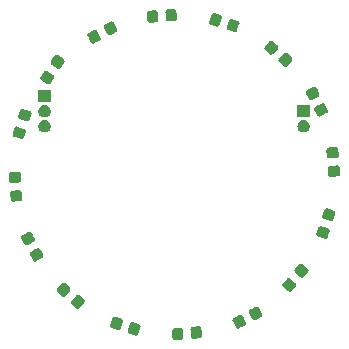
<source format=gbr>
G04 #@! TF.GenerationSoftware,KiCad,Pcbnew,(5.1.4)-1*
G04 #@! TF.CreationDate,2020-07-29T22:37:46-07:00*
G04 #@! TF.ProjectId,Kicad LED Rings_Circular_final_V2,4b696361-6420-44c4-9544-2052696e6773,rev?*
G04 #@! TF.SameCoordinates,Original*
G04 #@! TF.FileFunction,Soldermask,Bot*
G04 #@! TF.FilePolarity,Negative*
%FSLAX46Y46*%
G04 Gerber Fmt 4.6, Leading zero omitted, Abs format (unit mm)*
G04 Created by KiCad (PCBNEW (5.1.4)-1) date 2020-07-29 22:37:46*
%MOMM*%
%LPD*%
G04 APERTURE LIST*
%ADD10C,0.100000*%
G04 APERTURE END LIST*
D10*
G36*
X110182717Y-92896994D02*
G01*
X110222127Y-92905641D01*
X110259091Y-92921809D01*
X110292189Y-92944877D01*
X110320153Y-92973961D01*
X110341902Y-93007937D01*
X110356608Y-93045510D01*
X110364141Y-93087698D01*
X110365938Y-93110526D01*
X110365938Y-93110528D01*
X110379056Y-93277204D01*
X110409938Y-93669601D01*
X110409097Y-93712444D01*
X110400450Y-93751857D01*
X110384284Y-93788815D01*
X110361214Y-93821916D01*
X110332130Y-93849880D01*
X110298154Y-93871629D01*
X110260581Y-93886335D01*
X110218393Y-93893868D01*
X110195575Y-93895664D01*
X110195563Y-93895666D01*
X109754173Y-93930403D01*
X109711258Y-93933781D01*
X109668415Y-93932940D01*
X109629005Y-93924293D01*
X109592041Y-93908125D01*
X109558943Y-93885057D01*
X109530979Y-93855973D01*
X109509230Y-93821997D01*
X109494524Y-93784424D01*
X109486991Y-93742236D01*
X109479478Y-93646770D01*
X109457171Y-93363335D01*
X109441194Y-93160333D01*
X109442035Y-93117490D01*
X109450682Y-93078077D01*
X109466848Y-93041119D01*
X109489918Y-93008018D01*
X109519002Y-92980054D01*
X109552978Y-92958305D01*
X109590551Y-92943599D01*
X109632739Y-92936066D01*
X109655557Y-92934270D01*
X109655569Y-92934268D01*
X110096959Y-92899531D01*
X110139874Y-92896153D01*
X110182717Y-92896994D01*
X110182717Y-92896994D01*
G37*
G36*
X111752861Y-92773420D02*
G01*
X111792271Y-92782067D01*
X111829235Y-92798235D01*
X111862333Y-92821303D01*
X111890297Y-92850387D01*
X111912046Y-92884363D01*
X111926752Y-92921936D01*
X111934285Y-92964124D01*
X111936082Y-92986952D01*
X111936082Y-92986954D01*
X111952842Y-93199917D01*
X111980082Y-93546027D01*
X111979241Y-93588870D01*
X111970594Y-93628283D01*
X111954428Y-93665241D01*
X111931358Y-93698342D01*
X111902274Y-93726306D01*
X111868298Y-93748055D01*
X111830725Y-93762761D01*
X111788537Y-93770294D01*
X111765719Y-93772090D01*
X111765707Y-93772092D01*
X111330752Y-93806323D01*
X111281402Y-93810207D01*
X111238559Y-93809366D01*
X111199149Y-93800719D01*
X111162185Y-93784551D01*
X111129087Y-93761483D01*
X111101123Y-93732399D01*
X111079374Y-93698423D01*
X111064668Y-93660850D01*
X111057135Y-93618662D01*
X111051487Y-93546892D01*
X111014590Y-93078077D01*
X111011338Y-93036759D01*
X111012179Y-92993916D01*
X111020826Y-92954503D01*
X111036992Y-92917545D01*
X111060062Y-92884444D01*
X111089146Y-92856480D01*
X111123122Y-92834731D01*
X111160695Y-92820025D01*
X111202883Y-92812492D01*
X111225701Y-92810696D01*
X111225713Y-92810694D01*
X111667103Y-92775957D01*
X111710018Y-92772579D01*
X111752861Y-92773420D01*
X111752861Y-92773420D01*
G37*
G36*
X106118798Y-92419506D02*
G01*
X106160657Y-92428690D01*
X106182440Y-92435768D01*
X106182441Y-92435768D01*
X106622685Y-92578812D01*
X106622696Y-92578817D01*
X106644474Y-92585893D01*
X106683728Y-92603063D01*
X106716827Y-92626132D01*
X106744790Y-92655215D01*
X106766542Y-92689194D01*
X106781247Y-92726765D01*
X106788339Y-92766481D01*
X106787547Y-92806815D01*
X106778363Y-92848673D01*
X106733938Y-92985398D01*
X106605561Y-93380505D01*
X106597985Y-93403819D01*
X106580816Y-93443072D01*
X106557746Y-93476173D01*
X106528662Y-93504137D01*
X106494686Y-93525886D01*
X106457113Y-93540592D01*
X106417397Y-93547684D01*
X106377064Y-93546892D01*
X106335205Y-93537708D01*
X106313421Y-93530630D01*
X105873177Y-93387586D01*
X105873166Y-93387581D01*
X105851388Y-93380505D01*
X105812134Y-93363335D01*
X105779035Y-93340266D01*
X105751072Y-93311183D01*
X105729320Y-93277204D01*
X105714615Y-93239633D01*
X105707523Y-93199917D01*
X105708315Y-93159583D01*
X105717499Y-93117725D01*
X105812780Y-92824481D01*
X105890797Y-92584368D01*
X105890798Y-92584365D01*
X105897877Y-92562579D01*
X105915046Y-92523326D01*
X105938116Y-92490225D01*
X105967200Y-92462261D01*
X106001176Y-92440512D01*
X106038749Y-92425806D01*
X106078465Y-92418714D01*
X106118798Y-92419506D01*
X106118798Y-92419506D01*
G37*
G36*
X104620884Y-91932804D02*
G01*
X104662743Y-91941988D01*
X104684526Y-91949066D01*
X104684527Y-91949066D01*
X105124771Y-92092110D01*
X105124782Y-92092115D01*
X105146560Y-92099191D01*
X105185814Y-92116361D01*
X105218913Y-92139430D01*
X105246876Y-92168513D01*
X105268628Y-92202492D01*
X105283333Y-92240063D01*
X105290425Y-92279779D01*
X105289633Y-92320113D01*
X105280449Y-92361971D01*
X105221694Y-92542799D01*
X105107647Y-92893803D01*
X105100071Y-92917117D01*
X105082902Y-92956370D01*
X105059832Y-92989471D01*
X105030748Y-93017435D01*
X104996772Y-93039184D01*
X104959199Y-93053890D01*
X104919483Y-93060982D01*
X104879150Y-93060190D01*
X104837291Y-93051006D01*
X104806862Y-93041119D01*
X104375263Y-92900884D01*
X104375252Y-92900879D01*
X104353474Y-92893803D01*
X104314220Y-92876633D01*
X104281121Y-92853564D01*
X104253158Y-92824481D01*
X104231406Y-92790502D01*
X104216701Y-92752931D01*
X104209609Y-92713215D01*
X104210401Y-92672881D01*
X104219585Y-92631023D01*
X104337585Y-92267857D01*
X104392883Y-92097666D01*
X104392884Y-92097663D01*
X104399963Y-92075877D01*
X104417132Y-92036624D01*
X104440202Y-92003523D01*
X104469286Y-91975559D01*
X104503262Y-91953810D01*
X104540835Y-91939104D01*
X104580551Y-91932012D01*
X104620884Y-91932804D01*
X104620884Y-91932804D01*
G37*
G36*
X115251902Y-91801005D02*
G01*
X115291315Y-91809652D01*
X115328273Y-91825818D01*
X115361374Y-91848888D01*
X115389338Y-91877972D01*
X115412441Y-91914063D01*
X115422838Y-91934469D01*
X115422839Y-91934470D01*
X115619334Y-92320113D01*
X115677435Y-92434144D01*
X115693057Y-92474056D01*
X115700149Y-92513772D01*
X115699357Y-92554105D01*
X115690710Y-92593518D01*
X115674544Y-92630476D01*
X115651474Y-92663577D01*
X115622390Y-92691541D01*
X115586299Y-92714644D01*
X115565893Y-92725041D01*
X115565892Y-92725042D01*
X115153445Y-92935194D01*
X115153442Y-92935195D01*
X115133043Y-92945589D01*
X115093131Y-92961211D01*
X115053415Y-92968303D01*
X115013082Y-92967511D01*
X114973669Y-92958864D01*
X114936711Y-92942698D01*
X114903610Y-92919628D01*
X114875646Y-92890544D01*
X114852543Y-92854453D01*
X114838116Y-92826138D01*
X114597944Y-92354774D01*
X114597943Y-92354771D01*
X114587549Y-92334372D01*
X114571927Y-92294460D01*
X114564835Y-92254744D01*
X114565627Y-92214411D01*
X114574274Y-92174998D01*
X114590440Y-92138040D01*
X114613510Y-92104939D01*
X114642594Y-92076975D01*
X114678685Y-92053872D01*
X114712536Y-92036624D01*
X115111539Y-91833322D01*
X115111542Y-91833321D01*
X115131941Y-91822927D01*
X115171853Y-91807305D01*
X115211569Y-91800213D01*
X115251902Y-91801005D01*
X115251902Y-91801005D01*
G37*
G36*
X116655238Y-91085969D02*
G01*
X116694651Y-91094616D01*
X116731609Y-91110782D01*
X116764710Y-91133852D01*
X116792674Y-91162936D01*
X116815777Y-91199027D01*
X116826174Y-91219433D01*
X116826175Y-91219434D01*
X116989363Y-91539708D01*
X117080771Y-91719108D01*
X117096393Y-91759020D01*
X117103485Y-91798736D01*
X117102693Y-91839069D01*
X117094046Y-91878482D01*
X117077880Y-91915440D01*
X117054810Y-91948541D01*
X117025726Y-91976505D01*
X116989635Y-91999608D01*
X116969229Y-92010005D01*
X116969228Y-92010006D01*
X116556781Y-92220158D01*
X116556778Y-92220159D01*
X116536379Y-92230553D01*
X116496467Y-92246175D01*
X116456751Y-92253267D01*
X116416418Y-92252475D01*
X116377005Y-92243828D01*
X116340047Y-92227662D01*
X116306946Y-92204592D01*
X116278982Y-92175508D01*
X116255879Y-92139417D01*
X116244131Y-92116361D01*
X116001280Y-91639738D01*
X116001279Y-91639735D01*
X115990885Y-91619336D01*
X115975263Y-91579424D01*
X115968171Y-91539708D01*
X115968963Y-91499375D01*
X115977610Y-91459962D01*
X115993776Y-91423004D01*
X116016846Y-91389903D01*
X116045930Y-91361939D01*
X116082021Y-91338836D01*
X116192928Y-91282326D01*
X116514875Y-91118286D01*
X116514878Y-91118285D01*
X116535277Y-91107891D01*
X116575189Y-91092269D01*
X116614905Y-91085177D01*
X116655238Y-91085969D01*
X116655238Y-91085969D01*
G37*
G36*
X101477182Y-90091506D02*
G01*
X101516595Y-90100153D01*
X101553553Y-90116319D01*
X101588714Y-90140825D01*
X101975534Y-90471200D01*
X102005238Y-90502094D01*
X102026987Y-90536070D01*
X102041693Y-90573643D01*
X102048785Y-90613359D01*
X102047993Y-90653692D01*
X102039346Y-90693105D01*
X102023180Y-90730063D01*
X101998674Y-90765224D01*
X101983805Y-90782634D01*
X101983801Y-90782639D01*
X101671314Y-91148514D01*
X101619590Y-91209075D01*
X101588696Y-91238779D01*
X101554720Y-91260528D01*
X101517147Y-91275234D01*
X101477431Y-91282326D01*
X101437098Y-91281534D01*
X101397685Y-91272887D01*
X101360727Y-91256721D01*
X101325566Y-91232215D01*
X100938746Y-90901840D01*
X100909042Y-90870946D01*
X100887293Y-90836970D01*
X100872587Y-90799397D01*
X100865495Y-90759681D01*
X100866287Y-90719348D01*
X100874934Y-90679935D01*
X100891100Y-90642977D01*
X100915606Y-90607816D01*
X100930475Y-90590406D01*
X100930479Y-90590401D01*
X101279817Y-90181379D01*
X101294690Y-90163965D01*
X101325584Y-90134261D01*
X101359560Y-90112512D01*
X101397133Y-90097806D01*
X101436849Y-90090714D01*
X101477182Y-90091506D01*
X101477182Y-90091506D01*
G37*
G36*
X100279542Y-89068626D02*
G01*
X100318955Y-89077273D01*
X100355913Y-89093439D01*
X100391074Y-89117945D01*
X100777894Y-89448320D01*
X100807598Y-89479214D01*
X100829347Y-89513190D01*
X100844053Y-89550763D01*
X100851145Y-89590479D01*
X100850353Y-89630812D01*
X100841706Y-89670225D01*
X100825540Y-89707183D01*
X100801034Y-89742344D01*
X100786165Y-89759754D01*
X100786161Y-89759759D01*
X100447997Y-90155698D01*
X100421950Y-90186195D01*
X100391056Y-90215899D01*
X100357080Y-90237648D01*
X100319507Y-90252354D01*
X100279791Y-90259446D01*
X100239458Y-90258654D01*
X100200045Y-90250007D01*
X100163087Y-90233841D01*
X100127926Y-90209335D01*
X99741106Y-89878960D01*
X99711402Y-89848066D01*
X99689653Y-89814090D01*
X99674947Y-89776517D01*
X99667855Y-89736801D01*
X99668647Y-89696468D01*
X99677294Y-89657055D01*
X99693460Y-89620097D01*
X99717966Y-89584936D01*
X99732835Y-89567526D01*
X99732839Y-89567521D01*
X100082177Y-89158499D01*
X100097050Y-89141085D01*
X100127944Y-89111381D01*
X100161920Y-89089632D01*
X100199493Y-89074926D01*
X100239209Y-89067834D01*
X100279542Y-89068626D01*
X100279542Y-89068626D01*
G37*
G36*
X119353892Y-88656507D02*
G01*
X119393305Y-88665154D01*
X119430263Y-88681320D01*
X119465424Y-88705826D01*
X119482834Y-88720695D01*
X119482839Y-88720699D01*
X119889282Y-89067834D01*
X119909275Y-89084910D01*
X119938979Y-89115804D01*
X119960728Y-89149780D01*
X119975434Y-89187353D01*
X119982526Y-89227069D01*
X119981734Y-89267402D01*
X119973087Y-89306815D01*
X119956921Y-89343773D01*
X119932415Y-89378934D01*
X119602040Y-89765754D01*
X119571146Y-89795458D01*
X119537170Y-89817207D01*
X119499597Y-89831913D01*
X119459881Y-89839005D01*
X119419548Y-89838213D01*
X119380135Y-89829566D01*
X119343177Y-89813400D01*
X119308016Y-89788894D01*
X119290606Y-89774025D01*
X119290601Y-89774021D01*
X118881579Y-89424683D01*
X118864165Y-89409810D01*
X118834461Y-89378916D01*
X118812712Y-89344940D01*
X118798006Y-89307367D01*
X118790914Y-89267651D01*
X118791706Y-89227318D01*
X118800353Y-89187905D01*
X118816519Y-89150947D01*
X118841025Y-89115786D01*
X119171400Y-88728966D01*
X119202294Y-88699262D01*
X119236270Y-88677513D01*
X119273843Y-88662807D01*
X119313559Y-88655715D01*
X119353892Y-88656507D01*
X119353892Y-88656507D01*
G37*
G36*
X120376772Y-87458867D02*
G01*
X120416185Y-87467514D01*
X120453143Y-87483680D01*
X120488304Y-87508186D01*
X120505714Y-87523055D01*
X120505719Y-87523059D01*
X120914741Y-87872397D01*
X120932155Y-87887270D01*
X120961859Y-87918164D01*
X120983608Y-87952140D01*
X120998314Y-87989713D01*
X121005406Y-88029429D01*
X121004614Y-88069762D01*
X120995967Y-88109175D01*
X120979801Y-88146133D01*
X120955295Y-88181294D01*
X120624920Y-88568114D01*
X120594026Y-88597818D01*
X120560050Y-88619567D01*
X120522477Y-88634273D01*
X120482761Y-88641365D01*
X120442428Y-88640573D01*
X120403015Y-88631926D01*
X120366057Y-88615760D01*
X120330896Y-88591254D01*
X120313486Y-88576385D01*
X120313481Y-88576381D01*
X119904459Y-88227043D01*
X119887045Y-88212170D01*
X119857341Y-88181276D01*
X119835592Y-88147300D01*
X119820886Y-88109727D01*
X119813794Y-88070011D01*
X119814586Y-88029678D01*
X119823233Y-87990265D01*
X119839399Y-87953307D01*
X119863905Y-87918146D01*
X120194280Y-87531326D01*
X120225174Y-87501622D01*
X120259150Y-87479873D01*
X120296723Y-87465167D01*
X120336439Y-87458075D01*
X120376772Y-87458867D01*
X120376772Y-87458867D01*
G37*
G36*
X98147185Y-86156983D02*
G01*
X98186598Y-86165630D01*
X98223556Y-86181796D01*
X98256657Y-86204866D01*
X98284621Y-86233950D01*
X98307724Y-86270041D01*
X98318121Y-86290447D01*
X98318122Y-86290448D01*
X98518895Y-86684487D01*
X98538669Y-86723297D01*
X98554291Y-86763209D01*
X98561383Y-86802925D01*
X98560591Y-86843258D01*
X98551944Y-86882671D01*
X98535778Y-86919629D01*
X98512708Y-86952730D01*
X98483624Y-86980694D01*
X98447533Y-87003797D01*
X98427127Y-87014194D01*
X98427126Y-87014195D01*
X97947854Y-87258396D01*
X97947851Y-87258397D01*
X97927452Y-87268791D01*
X97887540Y-87284413D01*
X97847824Y-87291505D01*
X97807491Y-87290713D01*
X97768078Y-87282066D01*
X97731120Y-87265900D01*
X97698019Y-87242830D01*
X97670055Y-87213746D01*
X97646952Y-87177655D01*
X97551201Y-86989733D01*
X97426402Y-86744801D01*
X97426401Y-86744798D01*
X97416007Y-86724399D01*
X97400385Y-86684487D01*
X97393293Y-86644771D01*
X97394085Y-86604438D01*
X97402732Y-86565025D01*
X97418898Y-86528067D01*
X97441968Y-86494966D01*
X97471052Y-86467002D01*
X97507143Y-86443899D01*
X97883305Y-86252235D01*
X98006822Y-86189300D01*
X98006825Y-86189299D01*
X98027224Y-86178905D01*
X98067136Y-86163283D01*
X98106852Y-86156191D01*
X98147185Y-86156983D01*
X98147185Y-86156983D01*
G37*
G36*
X97432149Y-84753647D02*
G01*
X97471562Y-84762294D01*
X97508520Y-84778460D01*
X97541621Y-84801530D01*
X97569585Y-84830614D01*
X97592688Y-84866705D01*
X97603085Y-84887111D01*
X97603086Y-84887112D01*
X97803859Y-85281151D01*
X97823633Y-85319961D01*
X97839255Y-85359873D01*
X97846347Y-85399589D01*
X97845555Y-85439922D01*
X97836908Y-85479335D01*
X97820742Y-85516293D01*
X97797672Y-85549394D01*
X97768588Y-85577358D01*
X97732497Y-85600461D01*
X97712091Y-85610858D01*
X97712090Y-85610859D01*
X97232818Y-85855060D01*
X97232815Y-85855061D01*
X97212416Y-85865455D01*
X97172504Y-85881077D01*
X97132788Y-85888169D01*
X97092455Y-85887377D01*
X97053042Y-85878730D01*
X97016084Y-85862564D01*
X96982983Y-85839494D01*
X96955019Y-85810410D01*
X96931916Y-85774319D01*
X96836165Y-85586397D01*
X96711366Y-85341465D01*
X96711365Y-85341462D01*
X96700971Y-85321063D01*
X96685349Y-85281151D01*
X96678257Y-85241435D01*
X96679049Y-85201102D01*
X96687696Y-85161689D01*
X96703862Y-85124731D01*
X96726932Y-85091630D01*
X96756016Y-85063666D01*
X96792107Y-85040563D01*
X97018628Y-84925145D01*
X97291786Y-84785964D01*
X97291789Y-84785963D01*
X97312188Y-84775569D01*
X97352100Y-84759947D01*
X97391816Y-84752855D01*
X97432149Y-84753647D01*
X97432149Y-84753647D01*
G37*
G36*
X122053985Y-84275721D02*
G01*
X122095843Y-84284905D01*
X122351482Y-84367967D01*
X122629200Y-84458203D01*
X122629203Y-84458204D01*
X122650989Y-84465283D01*
X122690242Y-84482452D01*
X122723343Y-84505522D01*
X122751307Y-84534606D01*
X122773056Y-84568582D01*
X122787762Y-84606155D01*
X122794854Y-84645871D01*
X122794062Y-84686204D01*
X122784878Y-84728063D01*
X122777800Y-84749846D01*
X122777800Y-84749847D01*
X122634756Y-85190091D01*
X122634751Y-85190102D01*
X122627675Y-85211880D01*
X122610505Y-85251134D01*
X122587436Y-85284233D01*
X122558353Y-85312196D01*
X122524374Y-85333948D01*
X122486803Y-85348653D01*
X122447087Y-85355745D01*
X122406753Y-85354953D01*
X122364895Y-85345769D01*
X121952827Y-85211880D01*
X121831538Y-85172471D01*
X121831535Y-85172470D01*
X121809749Y-85165391D01*
X121770496Y-85148222D01*
X121737395Y-85125152D01*
X121709431Y-85096068D01*
X121687682Y-85062092D01*
X121672976Y-85024519D01*
X121665884Y-84984803D01*
X121666676Y-84944470D01*
X121675860Y-84902611D01*
X121716199Y-84778460D01*
X121825982Y-84440583D01*
X121825987Y-84440572D01*
X121833063Y-84418794D01*
X121850233Y-84379540D01*
X121873302Y-84346441D01*
X121902385Y-84318478D01*
X121936364Y-84296726D01*
X121973935Y-84282021D01*
X122013651Y-84274929D01*
X122053985Y-84275721D01*
X122053985Y-84275721D01*
G37*
G36*
X122540687Y-82777807D02*
G01*
X122582545Y-82786991D01*
X122838184Y-82870053D01*
X123115902Y-82960289D01*
X123115905Y-82960290D01*
X123137691Y-82967369D01*
X123176944Y-82984538D01*
X123210045Y-83007608D01*
X123238009Y-83036692D01*
X123259758Y-83070668D01*
X123274464Y-83108241D01*
X123281556Y-83147957D01*
X123280764Y-83188290D01*
X123271580Y-83230149D01*
X123264502Y-83251932D01*
X123264502Y-83251933D01*
X123121458Y-83692177D01*
X123121453Y-83692188D01*
X123114377Y-83713966D01*
X123097207Y-83753220D01*
X123074138Y-83786319D01*
X123045055Y-83814282D01*
X123011076Y-83836034D01*
X122973505Y-83850739D01*
X122933789Y-83857831D01*
X122893455Y-83857039D01*
X122851597Y-83847855D01*
X122439529Y-83713966D01*
X122318240Y-83674557D01*
X122318237Y-83674556D01*
X122296451Y-83667477D01*
X122257198Y-83650308D01*
X122224097Y-83627238D01*
X122196133Y-83598154D01*
X122174384Y-83564178D01*
X122159678Y-83526605D01*
X122152586Y-83486889D01*
X122153378Y-83446556D01*
X122162562Y-83404697D01*
X122212198Y-83251933D01*
X122312684Y-82942669D01*
X122312689Y-82942658D01*
X122319765Y-82920880D01*
X122336935Y-82881626D01*
X122360004Y-82848527D01*
X122389087Y-82820564D01*
X122423066Y-82798812D01*
X122460637Y-82784107D01*
X122500353Y-82777015D01*
X122540687Y-82777807D01*
X122540687Y-82777807D01*
G37*
G36*
X96566743Y-81246847D02*
G01*
X96606073Y-81255836D01*
X96642894Y-81272327D01*
X96675790Y-81295683D01*
X96703496Y-81325007D01*
X96724950Y-81359176D01*
X96739326Y-81396871D01*
X96746491Y-81439123D01*
X96748088Y-81461966D01*
X96748089Y-81461970D01*
X96780379Y-81923742D01*
X96781976Y-81946584D01*
X96780761Y-81989428D01*
X96771772Y-82028757D01*
X96755281Y-82065579D01*
X96731925Y-82098475D01*
X96702601Y-82126181D01*
X96668432Y-82147635D01*
X96630737Y-82162011D01*
X96588485Y-82169176D01*
X96192019Y-82196899D01*
X96029048Y-82208295D01*
X96029046Y-82208295D01*
X96006207Y-82209892D01*
X95963363Y-82208677D01*
X95924033Y-82199688D01*
X95887212Y-82183197D01*
X95854316Y-82159841D01*
X95826610Y-82130517D01*
X95805156Y-82096348D01*
X95790780Y-82058653D01*
X95783615Y-82016401D01*
X95781729Y-81989428D01*
X95749727Y-81531782D01*
X95749727Y-81531779D01*
X95748130Y-81508940D01*
X95749345Y-81466096D01*
X95758334Y-81426767D01*
X95774825Y-81389945D01*
X95798181Y-81357049D01*
X95827505Y-81329343D01*
X95861674Y-81307889D01*
X95899369Y-81293513D01*
X95941621Y-81286348D01*
X96382859Y-81255494D01*
X96501058Y-81247229D01*
X96501060Y-81247229D01*
X96523899Y-81245632D01*
X96566743Y-81246847D01*
X96566743Y-81246847D01*
G37*
G36*
X96456877Y-79675683D02*
G01*
X96496207Y-79684672D01*
X96533028Y-79701163D01*
X96565924Y-79724519D01*
X96593630Y-79753843D01*
X96615084Y-79788012D01*
X96629460Y-79825707D01*
X96636625Y-79867959D01*
X96638222Y-79890802D01*
X96638223Y-79890806D01*
X96653613Y-80110896D01*
X96672110Y-80375420D01*
X96670895Y-80418264D01*
X96661906Y-80457593D01*
X96645415Y-80494415D01*
X96622059Y-80527311D01*
X96592735Y-80555017D01*
X96558566Y-80576471D01*
X96520871Y-80590847D01*
X96478619Y-80598012D01*
X96082153Y-80625735D01*
X95919182Y-80637131D01*
X95919180Y-80637131D01*
X95896341Y-80638728D01*
X95853497Y-80637513D01*
X95814167Y-80628524D01*
X95777346Y-80612033D01*
X95744450Y-80588677D01*
X95716744Y-80559353D01*
X95695290Y-80525184D01*
X95680914Y-80487489D01*
X95673749Y-80445237D01*
X95671863Y-80418264D01*
X95639861Y-79960618D01*
X95639861Y-79960615D01*
X95638264Y-79937776D01*
X95639479Y-79894932D01*
X95648468Y-79855603D01*
X95664959Y-79818781D01*
X95688315Y-79785885D01*
X95717639Y-79758179D01*
X95751808Y-79736725D01*
X95789503Y-79722349D01*
X95831755Y-79715184D01*
X96272993Y-79684330D01*
X96391192Y-79676065D01*
X96391194Y-79676065D01*
X96414033Y-79674468D01*
X96456877Y-79675683D01*
X96456877Y-79675683D01*
G37*
G36*
X123460364Y-79145681D02*
G01*
X123499777Y-79154328D01*
X123536735Y-79170494D01*
X123569836Y-79193564D01*
X123597800Y-79222648D01*
X123619549Y-79256624D01*
X123634255Y-79294197D01*
X123641788Y-79336385D01*
X123643584Y-79359203D01*
X123643586Y-79359215D01*
X123675243Y-79761468D01*
X123681701Y-79843520D01*
X123680860Y-79886363D01*
X123672213Y-79925773D01*
X123656045Y-79962737D01*
X123632977Y-79995835D01*
X123603893Y-80023799D01*
X123569917Y-80045548D01*
X123532344Y-80060254D01*
X123490156Y-80067787D01*
X123467328Y-80069584D01*
X123467326Y-80069584D01*
X123144034Y-80095028D01*
X122908253Y-80113584D01*
X122865410Y-80112743D01*
X122825997Y-80104096D01*
X122789039Y-80087930D01*
X122755938Y-80064860D01*
X122727974Y-80035776D01*
X122706225Y-80001800D01*
X122691519Y-79964227D01*
X122683986Y-79922039D01*
X122682190Y-79899221D01*
X122682188Y-79899209D01*
X122645870Y-79437736D01*
X122644073Y-79414904D01*
X122644914Y-79372061D01*
X122653561Y-79332651D01*
X122669729Y-79295687D01*
X122692797Y-79262589D01*
X122721881Y-79234625D01*
X122755857Y-79212876D01*
X122793430Y-79198170D01*
X122835618Y-79190637D01*
X122858446Y-79188840D01*
X122858448Y-79188840D01*
X123181740Y-79163396D01*
X123417521Y-79144840D01*
X123460364Y-79145681D01*
X123460364Y-79145681D01*
G37*
G36*
X123336790Y-77575537D02*
G01*
X123376203Y-77584184D01*
X123413161Y-77600350D01*
X123446262Y-77623420D01*
X123474226Y-77652504D01*
X123495975Y-77686480D01*
X123510681Y-77724053D01*
X123518214Y-77766241D01*
X123520010Y-77789059D01*
X123520012Y-77789071D01*
X123554749Y-78230461D01*
X123558127Y-78273376D01*
X123557286Y-78316219D01*
X123548639Y-78355629D01*
X123532471Y-78392593D01*
X123509403Y-78425691D01*
X123480319Y-78453655D01*
X123446343Y-78475404D01*
X123408770Y-78490110D01*
X123366582Y-78497643D01*
X123343754Y-78499440D01*
X123343752Y-78499440D01*
X123020460Y-78524884D01*
X122784679Y-78543440D01*
X122741836Y-78542599D01*
X122702423Y-78533952D01*
X122665465Y-78517786D01*
X122632364Y-78494716D01*
X122604400Y-78465632D01*
X122582651Y-78431656D01*
X122567945Y-78394083D01*
X122560412Y-78351895D01*
X122558616Y-78329077D01*
X122558614Y-78329065D01*
X122522296Y-77867592D01*
X122520499Y-77844760D01*
X122521340Y-77801917D01*
X122529987Y-77762507D01*
X122546155Y-77725543D01*
X122569223Y-77692445D01*
X122598307Y-77664481D01*
X122632283Y-77642732D01*
X122669856Y-77628026D01*
X122712044Y-77620493D01*
X122734872Y-77618696D01*
X122734874Y-77618696D01*
X123058166Y-77593252D01*
X123293947Y-77574696D01*
X123336790Y-77575537D01*
X123336790Y-77575537D01*
G37*
G36*
X96331405Y-75842921D02*
G01*
X96373263Y-75852105D01*
X96628902Y-75935167D01*
X96906620Y-76025403D01*
X96906623Y-76025404D01*
X96928409Y-76032483D01*
X96967662Y-76049652D01*
X97000763Y-76072722D01*
X97028727Y-76101806D01*
X97050476Y-76135782D01*
X97065182Y-76173355D01*
X97072274Y-76213071D01*
X97071482Y-76253404D01*
X97062298Y-76295263D01*
X97055220Y-76317046D01*
X97055220Y-76317047D01*
X96912176Y-76757291D01*
X96912171Y-76757302D01*
X96905095Y-76779080D01*
X96887925Y-76818334D01*
X96864856Y-76851433D01*
X96835773Y-76879396D01*
X96801794Y-76901148D01*
X96764223Y-76915853D01*
X96724507Y-76922945D01*
X96684173Y-76922153D01*
X96642315Y-76912969D01*
X96230247Y-76779080D01*
X96108958Y-76739671D01*
X96108955Y-76739670D01*
X96087169Y-76732591D01*
X96047916Y-76715422D01*
X96014815Y-76692352D01*
X95986851Y-76663268D01*
X95965102Y-76629292D01*
X95950396Y-76591719D01*
X95943304Y-76552003D01*
X95944096Y-76511670D01*
X95953280Y-76469811D01*
X95960358Y-76448027D01*
X96103402Y-76007783D01*
X96103407Y-76007772D01*
X96110483Y-75985994D01*
X96127653Y-75946740D01*
X96150722Y-75913641D01*
X96179805Y-75885678D01*
X96213784Y-75863926D01*
X96251355Y-75849221D01*
X96291071Y-75842129D01*
X96331405Y-75842921D01*
X96331405Y-75842921D01*
G37*
G36*
X98762676Y-75306102D02*
G01*
X98861715Y-75336145D01*
X98952989Y-75384932D01*
X99032991Y-75450589D01*
X99098648Y-75530591D01*
X99147435Y-75621865D01*
X99177478Y-75720904D01*
X99187622Y-75823900D01*
X99177478Y-75926896D01*
X99147435Y-76025935D01*
X99098648Y-76117209D01*
X99032991Y-76197211D01*
X98952989Y-76262868D01*
X98861715Y-76311655D01*
X98762676Y-76341698D01*
X98685490Y-76349300D01*
X98633870Y-76349300D01*
X98556684Y-76341698D01*
X98457645Y-76311655D01*
X98366371Y-76262868D01*
X98286369Y-76197211D01*
X98220712Y-76117209D01*
X98171925Y-76025935D01*
X98141882Y-75926896D01*
X98131738Y-75823900D01*
X98141882Y-75720904D01*
X98171925Y-75621865D01*
X98220712Y-75530591D01*
X98286369Y-75450589D01*
X98366371Y-75384932D01*
X98457645Y-75336145D01*
X98556684Y-75306102D01*
X98633870Y-75298500D01*
X98685490Y-75298500D01*
X98762676Y-75306102D01*
X98762676Y-75306102D01*
G37*
G36*
X120694576Y-75305622D02*
G01*
X120793615Y-75335665D01*
X120884889Y-75384452D01*
X120964891Y-75450109D01*
X121030548Y-75530111D01*
X121079335Y-75621385D01*
X121109378Y-75720424D01*
X121119522Y-75823420D01*
X121109378Y-75926416D01*
X121079335Y-76025455D01*
X121030548Y-76116729D01*
X120964891Y-76196731D01*
X120884889Y-76262388D01*
X120793615Y-76311175D01*
X120694576Y-76341218D01*
X120617390Y-76348820D01*
X120565770Y-76348820D01*
X120488584Y-76341218D01*
X120389545Y-76311175D01*
X120298271Y-76262388D01*
X120218269Y-76196731D01*
X120152612Y-76116729D01*
X120103825Y-76025455D01*
X120073782Y-75926416D01*
X120063638Y-75823420D01*
X120073782Y-75720424D01*
X120103825Y-75621385D01*
X120152612Y-75530111D01*
X120218269Y-75450109D01*
X120298271Y-75384452D01*
X120389545Y-75335665D01*
X120488584Y-75305622D01*
X120565770Y-75298020D01*
X120617390Y-75298020D01*
X120694576Y-75305622D01*
X120694576Y-75305622D01*
G37*
G36*
X96818107Y-74345007D02*
G01*
X96859965Y-74354191D01*
X97115604Y-74437253D01*
X97393322Y-74527489D01*
X97393325Y-74527490D01*
X97415111Y-74534569D01*
X97454364Y-74551738D01*
X97487465Y-74574808D01*
X97515429Y-74603892D01*
X97537178Y-74637868D01*
X97551884Y-74675441D01*
X97558976Y-74715157D01*
X97558184Y-74755490D01*
X97549000Y-74797349D01*
X97541922Y-74819132D01*
X97541922Y-74819133D01*
X97398878Y-75259377D01*
X97398873Y-75259388D01*
X97391797Y-75281166D01*
X97374627Y-75320420D01*
X97351558Y-75353519D01*
X97322475Y-75381482D01*
X97288496Y-75403234D01*
X97250925Y-75417939D01*
X97211209Y-75425031D01*
X97170875Y-75424239D01*
X97129017Y-75415055D01*
X96777826Y-75300946D01*
X96595660Y-75241757D01*
X96595657Y-75241756D01*
X96573871Y-75234677D01*
X96534618Y-75217508D01*
X96501517Y-75194438D01*
X96473553Y-75165354D01*
X96451804Y-75131378D01*
X96437098Y-75093805D01*
X96430006Y-75054089D01*
X96430798Y-75013756D01*
X96439982Y-74971897D01*
X96447060Y-74950113D01*
X96590104Y-74509869D01*
X96590109Y-74509858D01*
X96597185Y-74488080D01*
X96614355Y-74448826D01*
X96637424Y-74415727D01*
X96666507Y-74387764D01*
X96700486Y-74366012D01*
X96738057Y-74351307D01*
X96777773Y-74344215D01*
X96818107Y-74345007D01*
X96818107Y-74345007D01*
G37*
G36*
X98762676Y-74036102D02*
G01*
X98861715Y-74066145D01*
X98952989Y-74114932D01*
X99032991Y-74180589D01*
X99098648Y-74260591D01*
X99147435Y-74351865D01*
X99177478Y-74450904D01*
X99187622Y-74553900D01*
X99177478Y-74656896D01*
X99147435Y-74755935D01*
X99098648Y-74847209D01*
X99032991Y-74927211D01*
X98952989Y-74992868D01*
X98861715Y-75041655D01*
X98762676Y-75071698D01*
X98685490Y-75079300D01*
X98633870Y-75079300D01*
X98556684Y-75071698D01*
X98457645Y-75041655D01*
X98366371Y-74992868D01*
X98286369Y-74927211D01*
X98220712Y-74847209D01*
X98171925Y-74755935D01*
X98141882Y-74656896D01*
X98131738Y-74553900D01*
X98141882Y-74450904D01*
X98171925Y-74351865D01*
X98220712Y-74260591D01*
X98286369Y-74180589D01*
X98366371Y-74114932D01*
X98457645Y-74066145D01*
X98556684Y-74036102D01*
X98633870Y-74028500D01*
X98685490Y-74028500D01*
X98762676Y-74036102D01*
X98762676Y-74036102D01*
G37*
G36*
X121116980Y-75078820D02*
G01*
X120066180Y-75078820D01*
X120066180Y-74028020D01*
X121116980Y-74028020D01*
X121116980Y-75078820D01*
X121116980Y-75078820D01*
G37*
G36*
X122231525Y-73873387D02*
G01*
X122270938Y-73882034D01*
X122307896Y-73898200D01*
X122340997Y-73921270D01*
X122368961Y-73950354D01*
X122392064Y-73986445D01*
X122402461Y-74006851D01*
X122402462Y-74006852D01*
X122603235Y-74400891D01*
X122623009Y-74439701D01*
X122638631Y-74479613D01*
X122645723Y-74519329D01*
X122644931Y-74559662D01*
X122636284Y-74599075D01*
X122620118Y-74636033D01*
X122597048Y-74669134D01*
X122567964Y-74697098D01*
X122531873Y-74720201D01*
X122511467Y-74730598D01*
X122511466Y-74730599D01*
X122032194Y-74974800D01*
X122032191Y-74974801D01*
X122011792Y-74985195D01*
X121971880Y-75000817D01*
X121932164Y-75007909D01*
X121891831Y-75007117D01*
X121852418Y-74998470D01*
X121815460Y-74982304D01*
X121782359Y-74959234D01*
X121754395Y-74930150D01*
X121731292Y-74894059D01*
X121635541Y-74706137D01*
X121510742Y-74461205D01*
X121510741Y-74461202D01*
X121500347Y-74440803D01*
X121484725Y-74400891D01*
X121477633Y-74361175D01*
X121478425Y-74320842D01*
X121487072Y-74281429D01*
X121503238Y-74244471D01*
X121526308Y-74211370D01*
X121555392Y-74183406D01*
X121591483Y-74160303D01*
X121680525Y-74114934D01*
X122091162Y-73905704D01*
X122091165Y-73905703D01*
X122111564Y-73895309D01*
X122151476Y-73879687D01*
X122191192Y-73872595D01*
X122231525Y-73873387D01*
X122231525Y-73873387D01*
G37*
G36*
X99185080Y-73809300D02*
G01*
X98134280Y-73809300D01*
X98134280Y-72758500D01*
X99185080Y-72758500D01*
X99185080Y-73809300D01*
X99185080Y-73809300D01*
G37*
G36*
X121516489Y-72470051D02*
G01*
X121555902Y-72478698D01*
X121592860Y-72494864D01*
X121625961Y-72517934D01*
X121653925Y-72547018D01*
X121677028Y-72583109D01*
X121687425Y-72603515D01*
X121687426Y-72603516D01*
X121888199Y-72997555D01*
X121907973Y-73036365D01*
X121923595Y-73076277D01*
X121930687Y-73115993D01*
X121929895Y-73156326D01*
X121921248Y-73195739D01*
X121905082Y-73232697D01*
X121882012Y-73265798D01*
X121852928Y-73293762D01*
X121816837Y-73316865D01*
X121796431Y-73327262D01*
X121796430Y-73327263D01*
X121317158Y-73571464D01*
X121317155Y-73571465D01*
X121296756Y-73581859D01*
X121256844Y-73597481D01*
X121217128Y-73604573D01*
X121176795Y-73603781D01*
X121137382Y-73595134D01*
X121100424Y-73578968D01*
X121067323Y-73555898D01*
X121039359Y-73526814D01*
X121016256Y-73490723D01*
X120920505Y-73302801D01*
X120795706Y-73057869D01*
X120795705Y-73057866D01*
X120785311Y-73037467D01*
X120769689Y-72997555D01*
X120762597Y-72957839D01*
X120763389Y-72917506D01*
X120772036Y-72878093D01*
X120788202Y-72841135D01*
X120811272Y-72808034D01*
X120840356Y-72780070D01*
X120876447Y-72756967D01*
X121252609Y-72565303D01*
X121376126Y-72502368D01*
X121376129Y-72502367D01*
X121396528Y-72491973D01*
X121436440Y-72476351D01*
X121476156Y-72469259D01*
X121516489Y-72470051D01*
X121516489Y-72470051D01*
G37*
G36*
X98824686Y-71111581D02*
G01*
X98863286Y-71123327D01*
X98901061Y-71143560D01*
X99386109Y-71468271D01*
X99419213Y-71495487D01*
X99444783Y-71526701D01*
X99463767Y-71562291D01*
X99475446Y-71600914D01*
X99479366Y-71641069D01*
X99475377Y-71681212D01*
X99463631Y-71719812D01*
X99443398Y-71757587D01*
X99160409Y-72180311D01*
X99133192Y-72213416D01*
X99101982Y-72238984D01*
X99066387Y-72257969D01*
X99027766Y-72269648D01*
X98987611Y-72273568D01*
X98947468Y-72269579D01*
X98908868Y-72257833D01*
X98871093Y-72237600D01*
X98386045Y-71912889D01*
X98352941Y-71885673D01*
X98327371Y-71854459D01*
X98308387Y-71818869D01*
X98296708Y-71780246D01*
X98292788Y-71740091D01*
X98296777Y-71699948D01*
X98308523Y-71661348D01*
X98328756Y-71623573D01*
X98611745Y-71200849D01*
X98638962Y-71167744D01*
X98670172Y-71142176D01*
X98705767Y-71123191D01*
X98744388Y-71111512D01*
X98784543Y-71107592D01*
X98824686Y-71111581D01*
X98824686Y-71111581D01*
G37*
G36*
X99700852Y-69802781D02*
G01*
X99739452Y-69814527D01*
X99777227Y-69834760D01*
X100262275Y-70159471D01*
X100295379Y-70186687D01*
X100320949Y-70217901D01*
X100339933Y-70253491D01*
X100351612Y-70292114D01*
X100355532Y-70332269D01*
X100351543Y-70372412D01*
X100339797Y-70411012D01*
X100319564Y-70448787D01*
X100036575Y-70871511D01*
X100009358Y-70904616D01*
X99978148Y-70930184D01*
X99942553Y-70949169D01*
X99903932Y-70960848D01*
X99863777Y-70964768D01*
X99823634Y-70960779D01*
X99785034Y-70949033D01*
X99747259Y-70928800D01*
X99262211Y-70604089D01*
X99229107Y-70576873D01*
X99203537Y-70545659D01*
X99184553Y-70510069D01*
X99172874Y-70471446D01*
X99168954Y-70431291D01*
X99172943Y-70391148D01*
X99184689Y-70352548D01*
X99204922Y-70314773D01*
X99487911Y-69892049D01*
X99515128Y-69858944D01*
X99546338Y-69833376D01*
X99581933Y-69814391D01*
X99620554Y-69802712D01*
X99660709Y-69798792D01*
X99700852Y-69802781D01*
X99700852Y-69802781D01*
G37*
G36*
X119074302Y-69598786D02*
G01*
X119113715Y-69607433D01*
X119150673Y-69623599D01*
X119185834Y-69648105D01*
X119572654Y-69978480D01*
X119602358Y-70009374D01*
X119624107Y-70043350D01*
X119638813Y-70080923D01*
X119645905Y-70120639D01*
X119645113Y-70160972D01*
X119636466Y-70200385D01*
X119620300Y-70237343D01*
X119595794Y-70272504D01*
X119580925Y-70289914D01*
X119580921Y-70289919D01*
X119312594Y-70604089D01*
X119216710Y-70716355D01*
X119185816Y-70746059D01*
X119151840Y-70767808D01*
X119114267Y-70782514D01*
X119074551Y-70789606D01*
X119034218Y-70788814D01*
X118994805Y-70780167D01*
X118957847Y-70764001D01*
X118922686Y-70739495D01*
X118535866Y-70409120D01*
X118506162Y-70378226D01*
X118484413Y-70344250D01*
X118469707Y-70306677D01*
X118462615Y-70266961D01*
X118463407Y-70226628D01*
X118472054Y-70187215D01*
X118488220Y-70150257D01*
X118512726Y-70115096D01*
X118527595Y-70097686D01*
X118527599Y-70097681D01*
X118876937Y-69688659D01*
X118891810Y-69671245D01*
X118922704Y-69641541D01*
X118956680Y-69619792D01*
X118994253Y-69605086D01*
X119033969Y-69597994D01*
X119074302Y-69598786D01*
X119074302Y-69598786D01*
G37*
G36*
X117876662Y-68575906D02*
G01*
X117916075Y-68584553D01*
X117953033Y-68600719D01*
X117988194Y-68625225D01*
X118375014Y-68955600D01*
X118404718Y-68986494D01*
X118426467Y-69020470D01*
X118441173Y-69058043D01*
X118448265Y-69097759D01*
X118447473Y-69138092D01*
X118438826Y-69177505D01*
X118422660Y-69214463D01*
X118398154Y-69249624D01*
X118383285Y-69267034D01*
X118383281Y-69267039D01*
X118045117Y-69662978D01*
X118019070Y-69693475D01*
X117988176Y-69723179D01*
X117954200Y-69744928D01*
X117916627Y-69759634D01*
X117876911Y-69766726D01*
X117836578Y-69765934D01*
X117797165Y-69757287D01*
X117760207Y-69741121D01*
X117725046Y-69716615D01*
X117338226Y-69386240D01*
X117308522Y-69355346D01*
X117286773Y-69321370D01*
X117272067Y-69283797D01*
X117264975Y-69244081D01*
X117265767Y-69203748D01*
X117274414Y-69164335D01*
X117290580Y-69127377D01*
X117315086Y-69092216D01*
X117329955Y-69074806D01*
X117329959Y-69074801D01*
X117679297Y-68665779D01*
X117694170Y-68648365D01*
X117725064Y-68618661D01*
X117759040Y-68596912D01*
X117796613Y-68582206D01*
X117836329Y-68575114D01*
X117876662Y-68575906D01*
X117876662Y-68575906D01*
G37*
G36*
X102966078Y-67665985D02*
G01*
X103005491Y-67674632D01*
X103042449Y-67690798D01*
X103075550Y-67713868D01*
X103103514Y-67742952D01*
X103126617Y-67779043D01*
X103137014Y-67799449D01*
X103137015Y-67799450D01*
X103300203Y-68119724D01*
X103391611Y-68299124D01*
X103407233Y-68339036D01*
X103414325Y-68378752D01*
X103413533Y-68419085D01*
X103404886Y-68458498D01*
X103388720Y-68495456D01*
X103365650Y-68528557D01*
X103336566Y-68556521D01*
X103300475Y-68579624D01*
X103280069Y-68590021D01*
X103280068Y-68590022D01*
X102867621Y-68800174D01*
X102867618Y-68800175D01*
X102847219Y-68810569D01*
X102807307Y-68826191D01*
X102767591Y-68833283D01*
X102727258Y-68832491D01*
X102687845Y-68823844D01*
X102650887Y-68807678D01*
X102617786Y-68784608D01*
X102589822Y-68755524D01*
X102566719Y-68719433D01*
X102506231Y-68600719D01*
X102312120Y-68219754D01*
X102312119Y-68219751D01*
X102301725Y-68199352D01*
X102286103Y-68159440D01*
X102279011Y-68119724D01*
X102279803Y-68079391D01*
X102288450Y-68039978D01*
X102304616Y-68003020D01*
X102327686Y-67969919D01*
X102356770Y-67941955D01*
X102392861Y-67918852D01*
X102483563Y-67872637D01*
X102825715Y-67698302D01*
X102825718Y-67698301D01*
X102846117Y-67687907D01*
X102886029Y-67672285D01*
X102925745Y-67665193D01*
X102966078Y-67665985D01*
X102966078Y-67665985D01*
G37*
G36*
X104369414Y-66950949D02*
G01*
X104408827Y-66959596D01*
X104445785Y-66975762D01*
X104478886Y-66998832D01*
X104506850Y-67027916D01*
X104529953Y-67064007D01*
X104540350Y-67084413D01*
X104540351Y-67084414D01*
X104703539Y-67404688D01*
X104794947Y-67584088D01*
X104810569Y-67624000D01*
X104817661Y-67663716D01*
X104816869Y-67704049D01*
X104808222Y-67743462D01*
X104792056Y-67780420D01*
X104768986Y-67813521D01*
X104739902Y-67841485D01*
X104703811Y-67864588D01*
X104683405Y-67874985D01*
X104683404Y-67874986D01*
X104270957Y-68085138D01*
X104270954Y-68085139D01*
X104250555Y-68095533D01*
X104210643Y-68111155D01*
X104170927Y-68118247D01*
X104130594Y-68117455D01*
X104091181Y-68108808D01*
X104054223Y-68092642D01*
X104021122Y-68069572D01*
X103993158Y-68040488D01*
X103970055Y-68004397D01*
X103959657Y-67983990D01*
X103715456Y-67504718D01*
X103715455Y-67504715D01*
X103705061Y-67484316D01*
X103689439Y-67444404D01*
X103682347Y-67404688D01*
X103683139Y-67364355D01*
X103691786Y-67324942D01*
X103707952Y-67287984D01*
X103731022Y-67254883D01*
X103760106Y-67226919D01*
X103796197Y-67203816D01*
X103842811Y-67180065D01*
X104229051Y-66983266D01*
X104229054Y-66983265D01*
X104249453Y-66972871D01*
X104289365Y-66957249D01*
X104329081Y-66950157D01*
X104369414Y-66950949D01*
X104369414Y-66950949D01*
G37*
G36*
X114493104Y-66750898D02*
G01*
X114534963Y-66760082D01*
X114556746Y-66767160D01*
X114556747Y-66767160D01*
X114996991Y-66910204D01*
X114997002Y-66910209D01*
X115018780Y-66917285D01*
X115058034Y-66934455D01*
X115091133Y-66957524D01*
X115119096Y-66986607D01*
X115140848Y-67020586D01*
X115155553Y-67058157D01*
X115162645Y-67097873D01*
X115161853Y-67138207D01*
X115152669Y-67180065D01*
X115075424Y-67417801D01*
X114979867Y-67711897D01*
X114972291Y-67735211D01*
X114955122Y-67774464D01*
X114932052Y-67807565D01*
X114902968Y-67835529D01*
X114868992Y-67857278D01*
X114831419Y-67871984D01*
X114791703Y-67879076D01*
X114751370Y-67878284D01*
X114709511Y-67869100D01*
X114687727Y-67862022D01*
X114247483Y-67718978D01*
X114247472Y-67718973D01*
X114225694Y-67711897D01*
X114186440Y-67694727D01*
X114153341Y-67671658D01*
X114125378Y-67642575D01*
X114103626Y-67608596D01*
X114088921Y-67571025D01*
X114081829Y-67531309D01*
X114082621Y-67490975D01*
X114091805Y-67449117D01*
X114187086Y-67155873D01*
X114265103Y-66915760D01*
X114265104Y-66915757D01*
X114272183Y-66893971D01*
X114289352Y-66854718D01*
X114312422Y-66821617D01*
X114341506Y-66793653D01*
X114375482Y-66771904D01*
X114413055Y-66757198D01*
X114452771Y-66750106D01*
X114493104Y-66750898D01*
X114493104Y-66750898D01*
G37*
G36*
X112995190Y-66264196D02*
G01*
X113037049Y-66273380D01*
X113058832Y-66280458D01*
X113058833Y-66280458D01*
X113499077Y-66423502D01*
X113499088Y-66423507D01*
X113520866Y-66430583D01*
X113560120Y-66447753D01*
X113593219Y-66470822D01*
X113621182Y-66499905D01*
X113642934Y-66533884D01*
X113657639Y-66571455D01*
X113664731Y-66611171D01*
X113663939Y-66651505D01*
X113654755Y-66693363D01*
X113599508Y-66863396D01*
X113481953Y-67225195D01*
X113474377Y-67248509D01*
X113457208Y-67287762D01*
X113434138Y-67320863D01*
X113405054Y-67348827D01*
X113371078Y-67370576D01*
X113333505Y-67385282D01*
X113293789Y-67392374D01*
X113253456Y-67391582D01*
X113211597Y-67382398D01*
X113189813Y-67375320D01*
X112749569Y-67232276D01*
X112749558Y-67232271D01*
X112727780Y-67225195D01*
X112688526Y-67208025D01*
X112655427Y-67184956D01*
X112627464Y-67155873D01*
X112605712Y-67121894D01*
X112591007Y-67084323D01*
X112583915Y-67044607D01*
X112584707Y-67004273D01*
X112593891Y-66962415D01*
X112708017Y-66611171D01*
X112767189Y-66429058D01*
X112767190Y-66429055D01*
X112774269Y-66407269D01*
X112791438Y-66368016D01*
X112814508Y-66334915D01*
X112843592Y-66306951D01*
X112877568Y-66285202D01*
X112915141Y-66270496D01*
X112954857Y-66263404D01*
X112995190Y-66264196D01*
X112995190Y-66264196D01*
G37*
G36*
X108062159Y-66018154D02*
G01*
X108101569Y-66026801D01*
X108138533Y-66042969D01*
X108171631Y-66066037D01*
X108199595Y-66095121D01*
X108221344Y-66129097D01*
X108236050Y-66166670D01*
X108243583Y-66208858D01*
X108245380Y-66231686D01*
X108245380Y-66231688D01*
X108251303Y-66306951D01*
X108289380Y-66790761D01*
X108288539Y-66833604D01*
X108279892Y-66873017D01*
X108263726Y-66909975D01*
X108240656Y-66943076D01*
X108211572Y-66971040D01*
X108177596Y-66992789D01*
X108140023Y-67007495D01*
X108097835Y-67015028D01*
X108075017Y-67016824D01*
X108075005Y-67016826D01*
X107633615Y-67051563D01*
X107590700Y-67054941D01*
X107547857Y-67054100D01*
X107508447Y-67045453D01*
X107471483Y-67029285D01*
X107438385Y-67006217D01*
X107410421Y-66977133D01*
X107388672Y-66943157D01*
X107373966Y-66905584D01*
X107366433Y-66863396D01*
X107358920Y-66767930D01*
X107333721Y-66447753D01*
X107320636Y-66281493D01*
X107321477Y-66238650D01*
X107330124Y-66199237D01*
X107346290Y-66162279D01*
X107369360Y-66129178D01*
X107398444Y-66101214D01*
X107432420Y-66079465D01*
X107469993Y-66064759D01*
X107512181Y-66057226D01*
X107534999Y-66055430D01*
X107535011Y-66055428D01*
X107976401Y-66020691D01*
X108019316Y-66017313D01*
X108062159Y-66018154D01*
X108062159Y-66018154D01*
G37*
G36*
X109632303Y-65894580D02*
G01*
X109671713Y-65903227D01*
X109708677Y-65919395D01*
X109741775Y-65942463D01*
X109769739Y-65971547D01*
X109791488Y-66005523D01*
X109806194Y-66043096D01*
X109813727Y-66085284D01*
X109815524Y-66108112D01*
X109815524Y-66108114D01*
X109834582Y-66350265D01*
X109859524Y-66667187D01*
X109858683Y-66710030D01*
X109850036Y-66749443D01*
X109833870Y-66786401D01*
X109810800Y-66819502D01*
X109781716Y-66847466D01*
X109747740Y-66869215D01*
X109710167Y-66883921D01*
X109667979Y-66891454D01*
X109645161Y-66893250D01*
X109645149Y-66893252D01*
X109210194Y-66927483D01*
X109160844Y-66931367D01*
X109118001Y-66930526D01*
X109078591Y-66921879D01*
X109041627Y-66905711D01*
X109008529Y-66882643D01*
X108980565Y-66853559D01*
X108958816Y-66819583D01*
X108944110Y-66782010D01*
X108936577Y-66739822D01*
X108932921Y-66693363D01*
X108901518Y-66294357D01*
X108890780Y-66157919D01*
X108891621Y-66115076D01*
X108900268Y-66075663D01*
X108916434Y-66038705D01*
X108939504Y-66005604D01*
X108968588Y-65977640D01*
X109002564Y-65955891D01*
X109040137Y-65941185D01*
X109082325Y-65933652D01*
X109105143Y-65931856D01*
X109105155Y-65931854D01*
X109546545Y-65897117D01*
X109589460Y-65893739D01*
X109632303Y-65894580D01*
X109632303Y-65894580D01*
G37*
M02*

</source>
